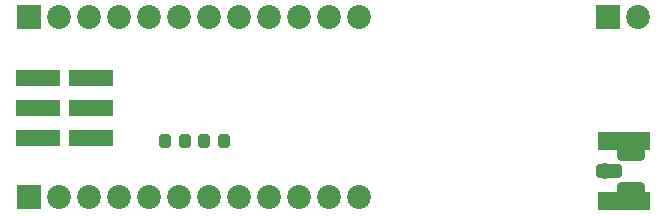
<source format=gbs>
G04 DipTrace 4.3.0.1*
G04 LoRa_4808.gbs*
%MOIN*%
G04 #@! TF.FileFunction,Soldermask,Bot*
G04 #@! TF.Part,Single*
%AMOUTLINE37*
4,1,28,
0.009182,-0.022245,
-0.009186,-0.022243,
-0.012017,-0.02187,
-0.014774,-0.020728,
-0.017142,-0.01891,
-0.018959,-0.016542,
-0.020101,-0.013784,
-0.020473,-0.010954,
-0.020471,0.010958,
-0.020099,0.013788,
-0.018956,0.016546,
-0.017139,0.018914,
-0.01477,0.020731,
-0.012013,0.021873,
-0.009182,0.022245,
0.009186,0.022243,
0.012017,0.02187,
0.014774,0.020728,
0.017142,0.01891,
0.018959,0.016542,
0.020101,0.013784,
0.020473,0.010954,
0.020471,-0.010958,
0.020099,-0.013788,
0.018956,-0.016546,
0.017139,-0.018914,
0.01477,-0.020731,
0.012013,-0.021873,
0.009182,-0.022245,
0*%
%AMOUTLINE40*
4,1,28,
-0.009182,0.022245,
0.009186,0.022243,
0.012017,0.02187,
0.014774,0.020728,
0.017142,0.01891,
0.018959,0.016542,
0.020101,0.013784,
0.020473,0.010954,
0.020471,-0.010958,
0.020099,-0.013788,
0.018956,-0.016546,
0.017139,-0.018914,
0.01477,-0.020731,
0.012013,-0.021873,
0.009182,-0.022245,
-0.009186,-0.022243,
-0.012017,-0.02187,
-0.014774,-0.020728,
-0.017142,-0.01891,
-0.018959,-0.016542,
-0.020101,-0.013784,
-0.020473,-0.010954,
-0.020471,0.010958,
-0.020099,0.013788,
-0.018956,0.016546,
-0.017139,0.018914,
-0.01477,0.020731,
-0.012013,0.021873,
-0.009182,0.022245,
0*%
%AMOUTLINE43*
4,1,28,
-0.03113,0.024468,
0.031128,0.024469,
0.033843,0.024112,
0.036492,0.023015,
0.038767,0.021269,
0.040513,0.018994,
0.041611,0.016344,
0.041968,0.01363,
0.041969,-0.013628,
0.041612,-0.016342,
0.040514,-0.018992,
0.038768,-0.021267,
0.036493,-0.023013,
0.033844,-0.02411,
0.03113,-0.024468,
-0.031128,-0.024469,
-0.033843,-0.024112,
-0.036492,-0.023015,
-0.038767,-0.021269,
-0.040513,-0.018994,
-0.041611,-0.016344,
-0.041968,-0.01363,
-0.041969,0.013628,
-0.041612,0.016342,
-0.040514,0.018992,
-0.038768,0.021267,
-0.036493,0.023013,
-0.033844,0.02411,
-0.03113,0.024468,
0*%
%AMOUTLINE46*
4,1,28,
-0.035437,0.021968,
0.035436,0.021969,
0.037891,0.021646,
0.040299,0.020649,
0.042367,0.019062,
0.043954,0.016994,
0.044952,0.014585,
0.045275,0.01213,
0.045276,-0.012128,
0.044953,-0.014583,
0.043955,-0.016992,
0.042368,-0.01906,
0.0403,-0.020647,
0.037892,-0.021644,
0.035437,-0.021968,
-0.035436,-0.021969,
-0.037891,-0.021646,
-0.040299,-0.020649,
-0.042367,-0.019062,
-0.043954,-0.016994,
-0.044952,-0.014585,
-0.045275,-0.01213,
-0.045276,0.012128,
-0.044953,0.014583,
-0.043955,0.016992,
-0.042368,0.01906,
-0.0403,0.020647,
-0.037892,0.021644,
-0.035437,0.021968,
0*%
%AMOUTLINE55*
4,1,28,
0.008594,-0.023031,
-0.008594,-0.023031,
-0.011118,-0.022699,
-0.013591,-0.021675,
-0.015715,-0.020045,
-0.017344,-0.017922,
-0.018368,-0.015449,
-0.018701,-0.012924,
-0.018701,0.012924,
-0.018368,0.015449,
-0.017344,0.017922,
-0.015715,0.020045,
-0.013591,0.021675,
-0.011118,0.022699,
-0.008594,0.023031,
0.008594,0.023031,
0.011118,0.022699,
0.013591,0.021675,
0.015715,0.020045,
0.017344,0.017922,
0.018368,0.015449,
0.018701,0.012924,
0.018701,-0.012924,
0.018368,-0.015449,
0.017344,-0.017922,
0.015715,-0.020045,
0.013591,-0.021675,
0.011118,-0.022699,
0.008594,-0.023031,
0*%
%AMOUTLINE58*
4,1,28,
-0.008594,0.023031,
0.008594,0.023031,
0.011118,0.022699,
0.013591,0.021675,
0.015715,0.020045,
0.017344,0.017922,
0.018368,0.015449,
0.018701,0.012924,
0.018701,-0.012924,
0.018368,-0.015449,
0.017344,-0.017922,
0.015715,-0.020045,
0.013591,-0.021675,
0.011118,-0.022699,
0.008594,-0.023031,
-0.008594,-0.023031,
-0.011118,-0.022699,
-0.013591,-0.021675,
-0.015715,-0.020045,
-0.017344,-0.017922,
-0.018368,-0.015449,
-0.018701,-0.012924,
-0.018701,0.012924,
-0.018368,0.015449,
-0.017344,0.017922,
-0.015715,0.020045,
-0.013591,0.021675,
-0.011118,0.022699,
-0.008594,0.023031,
0*%
%ADD50R,0.148819X0.053937*%
%ADD52C,0.079528*%
%ADD54R,0.079528X0.079528*%
%ADD56R,0.173937X0.063937*%
%ADD58C,0.053937*%
%ADD105OUTLINE37*%
%ADD108OUTLINE40*%
%ADD111OUTLINE43*%
%ADD114OUTLINE46*%
%ADD123OUTLINE55*%
%ADD126OUTLINE58*%
%FSLAX26Y26*%
G04*
G70*
G90*
G75*
G01*
G04 BotMask*
%LPD*%
D105*
X523755Y257587D3*
D108*
X590290Y257581D3*
D111*
X2003937Y157479D3*
D58*
X1988543D3*
D114*
X2077442Y99607D3*
X2077440Y215355D3*
D56*
X2052735Y257480D3*
X2052740Y57480D3*
D54*
X70866Y70866D3*
D52*
X170866Y70869D3*
X270866Y70872D3*
X370866Y70875D3*
X470866Y70877D3*
X570866Y70880D3*
X670866Y70883D3*
X770866Y70886D3*
X870866Y70889D3*
X970866Y70892D3*
X1070866Y70895D3*
X1170866Y70898D3*
D50*
X275590Y468504D3*
X275595Y368504D3*
X275600Y268504D3*
X100796Y268496D3*
X100792Y368496D3*
X100787Y468496D3*
D54*
X70866Y670866D3*
D52*
X170866Y670869D3*
X270866Y670872D3*
X370866Y670875D3*
X470866Y670877D3*
X570866Y670880D3*
X670866Y670883D3*
X770866Y670886D3*
X870866Y670889D3*
X970866Y670892D3*
X1070866Y670895D3*
X1170866Y670898D3*
D54*
X2000000Y670866D3*
D52*
X2100000D3*
D123*
X653285Y257586D3*
D126*
X719820Y257582D3*
M02*

</source>
